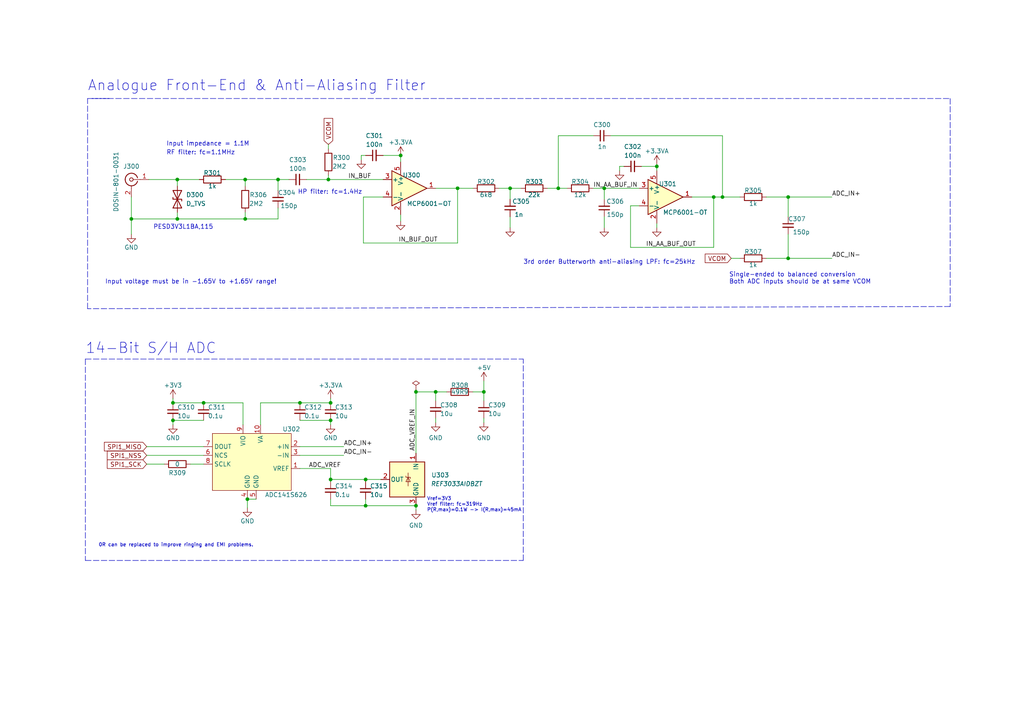
<source format=kicad_sch>
(kicad_sch (version 20211123) (generator eeschema)
  (paper "A4")
  (title_block (title "ADC & Analogue In") (date "2022-03-07") (rev "v1.0") (company "Jonathan Podiono"))
  (lib_symbols
    (symbol "Amplifier_Operational:MCP6001-OT" (pin_names (offset 0.127))
      (property "Reference" "U" (at -1.27 6.35 0))
      (property "Value" "MCP6001-OT" (at -1.27 3.81 0))
      (symbol "MCP6001-OT_0_1"
        (polyline (pts (xy -5.08 5.08) (xy 5.08 0) (xy -5.08 -5.08) (xy -5.08 5.08)) (stroke (width 0.254)) (fill (type background)))
        (pin power_in line (at -2.54 -7.62 90) (length 3.81) (name "V-") (number "2"))
        (pin power_in line (at -2.54 7.62 270) (length 3.81) (name "V+") (number "5"))
      )
      (symbol "MCP6001-OT_1_1"
        (pin output line (at 7.62 0 180) (length 2.54) (name "~") (number "1"))
        (pin input line (at -7.62 2.54 0) (length 2.54) (name "+") (number "3"))
        (pin input line (at -7.62 -2.54 0) (length 2.54) (name "-") (number "4"))
      )
    )
    (symbol "Connector:Conn_Coaxial" (pin_names (offset 1.016) hide)
      (property "Reference" "J" (at 0.254 3.048 0))
      (property "Value" "Conn_Coaxial" (at 2.921 0 90))
      (symbol "Conn_Coaxial_0_1"
        (arc (start -1.778 -0.508) (mid 0.222 -1.808) (end 1.778 0) (stroke (width 0.254)))
        (polyline (pts (xy -2.54 0) (xy -0.508 0)))
        (polyline (pts (xy 0 -2.54) (xy 0 -1.778)))
        (circle (center 0 0) (radius 0.508) (stroke (width 0.2032)))
        (arc (start 1.778 0) (mid 0.222 1.8083) (end -1.778 0.508) (stroke (width 0.254)))
      )
      (symbol "Conn_Coaxial_1_1"
        (pin passive line (at -5.08 0 0) (length 2.54) (name "In") (number "1"))
        (pin passive line (at 0 -5.08 90) (length 2.54) (name "Ext") (number "2"))
      )
    )
    (symbol "Device:C_Small" (pin_numbers hide) (pin_names (offset 0.254) hide)
      (property "Reference" "C" (at 0.254 1.778 0))
      (property "Value" "C_Small" (at 0.254 -2.032 0))
      (symbol "C_Small_0_1"
        (polyline (pts (xy -1.524 -0.508) (xy 1.524 -0.508)) (stroke (width 0.3302)))
        (polyline (pts (xy -1.524 0.508) (xy 1.524 0.508)) (stroke (width 0.3048)))
      )
      (symbol "C_Small_1_1"
        (pin passive line (at 0 2.54 270) (length 2.032) (name "~") (number "1"))
        (pin passive line (at 0 -2.54 90) (length 2.032) (name "~") (number "2"))
      )
    )
    (symbol "Device:D_TVS" (pin_numbers hide) (pin_names (offset 1.016) hide)
      (property "Reference" "D" (at 0 2.54 0))
      (property "Value" "D_TVS" (at 0 -2.54 0))
      (symbol "D_TVS_0_1"
        (polyline (pts (xy 1.27 0) (xy -1.27 0)))
        (polyline (pts (xy 0.508 1.27) (xy 0 1.27) (xy 0 -1.27) (xy -0.508 -1.27)) (stroke (width 0.254)))
        (polyline (pts (xy -2.54 1.27) (xy -2.54 -1.27) (xy 2.54 1.27) (xy 2.54 -1.27) (xy -2.54 1.27)) (stroke (width 0.254)))
      )
      (symbol "D_TVS_1_1"
        (pin passive line (at -3.81 0 0) (length 2.54) (name "A1") (number "1"))
        (pin passive line (at 3.81 0 180) (length 2.54) (name "A2") (number "2"))
      )
    )
    (symbol "Device:R" (pin_numbers hide) (pin_names (offset 0))
      (property "Reference" "R" (at 2.032 0 90))
      (property "Value" "R" (at 0 0 90))
      (symbol "R_0_1"
        (rectangle (start -1.016 -2.54) (end 1.016 2.54) (stroke (width 0.254)))
      )
      (symbol "R_1_1"
        (pin passive line (at 0 3.81 270) (length 1.27) (name "~") (number "1"))
        (pin passive line (at 0 -3.81 90) (length 1.27) (name "~") (number "2"))
      )
    )
    (symbol "Reference_Voltage:REF3033" (pin_names (offset 0.254))
      (property "Reference" "U" (at 0 6.35 0))
      (property "Value" "REF3033" (at 2.54 -6.35 0))
      (symbol "REF3033_0_1"
        (rectangle (start -5.08 5.08) (end 5.08 -5.08) (stroke (width 0.254)) (fill (type background)))
        (polyline (pts (xy -0.254 1.905) (xy -0.254 -1.905)))
        (polyline (pts (xy -0.889 -0.635) (xy 0.381 -0.635) (xy -0.254 0.635) (xy -0.889 -0.635)))
        (polyline (pts (xy 0.381 1.016) (xy 0.381 0.635) (xy -0.889 0.635) (xy -0.889 0.254)))
      )
      (symbol "REF3033_1_1"
        (pin power_in line (at -2.54 7.62 270) (length 2.54) (name "IN") (number "1"))
        (pin power_out line (at 7.62 0 180) (length 2.54) (name "OUT") (number "2"))
        (pin power_in line (at -2.54 -7.62 90) (length 2.54) (name "GND") (number "3"))
      )
    )
    (symbol "my_library:ADC141S626"
      (property "Reference" "U" (at 10.16 3.81 0))
      (property "Value" "ADC141S626" (at 10.16 -15.24 0))
      (symbol "ADC141S626_0_0"
        (pin input line (at 13.97 -7.62 180) (length 2.54) (name "VREF") (number "1"))
        (pin power_in line (at 2.54 5.08 270) (length 2.54) (name "VA") (number "10"))
        (pin input line (at 13.97 -1.27 180) (length 2.54) (name "+IN") (number "2"))
        (pin input line (at 13.97 -3.81 180) (length 2.54) (name "-IN") (number "3"))
        (pin power_in line (at -1.27 -16.51 90) (length 2.54) (name "GND") (number "4"))
        (pin power_in line (at 1.27 -16.51 90) (length 2.54) (name "GND") (number "5"))
        (pin input line (at -13.97 -3.81 0) (length 2.54) (name "NCS") (number "6"))
        (pin output line (at -13.97 -1.27 0) (length 2.54) (name "DOUT") (number "7"))
        (pin input line (at -13.97 -6.35 0) (length 2.54) (name "SCLK") (number "8"))
        (pin power_in line (at -2.54 5.08 270) (length 2.54) (name "VIO") (number "9"))
      )
      (symbol "ADC141S626_0_1"
        (rectangle (start -11.43 2.54) (end 11.43 -13.97) (fill (type background)))
      )
    )
    (symbol "power:+3.3VA" (power) (pin_names (offset 0))
      (property "Value" "+3.3VA" (at 0 3.556 0))
      (symbol "+3.3VA_0_1"
        (polyline (pts (xy -0.762 1.27) (xy 0 2.54)))
        (polyline (pts (xy 0 0) (xy 0 2.54)))
        (polyline (pts (xy 0 2.54) (xy 0.762 1.27)))
      )
      (symbol "+3.3VA_1_1"
        (pin power_in line (at 0 0 90) (length 0) hide (name "+3.3VA") (number "1"))
      )
    )
    (symbol "power:+3V3" (power) (pin_names (offset 0))
      (property "Value" "+3V3" (at 0 3.556 0))
      (symbol "+3V3_0_1"
        (polyline (pts (xy -0.762 1.27) (xy 0 2.54)))
        (polyline (pts (xy 0 0) (xy 0 2.54)))
        (polyline (pts (xy 0 2.54) (xy 0.762 1.27)))
      )
      (symbol "+3V3_1_1"
        (pin power_in line (at 0 0 90) (length 0) hide (name "+3V3") (number "1"))
      )
    )
    (symbol "power:+5V" (power) (pin_names (offset 0))
      (property "Value" "+5V" (at 0 3.556 0))
      (symbol "+5V_0_1"
        (polyline (pts (xy -0.762 1.27) (xy 0 2.54)))
        (polyline (pts (xy 0 0) (xy 0 2.54)))
        (polyline (pts (xy 0 2.54) (xy 0.762 1.27)))
      )
      (symbol "+5V_1_1"
        (pin power_in line (at 0 0 90) (length 0) hide (name "+5V") (number "1"))
      )
    )
    (symbol "power:GND" (power) (pin_names (offset 0))
      (property "Value" "GND" (at 0 -3.81 0))
      (symbol "GND_0_1"
        (polyline (pts (xy 0 0) (xy 0 -1.27) (xy 1.27 -1.27) (xy 0 -2.54) (xy -1.27 -1.27) (xy 0 -1.27)))
      )
      (symbol "GND_1_1"
        (pin power_in line (at 0 0 270) (length 0) hide (name "GND") (number "1"))
      )
    )
    (symbol "power:PWR_FLAG" (power) (pin_numbers hide) (pin_names (offset 0) hide)
      (property "Value" "PWR_FLAG" (at 0 3.81 0))
      (symbol "PWR_FLAG_0_0"
        (pin power_out line (at 0 0 90) (length 0) (name "pwr") (number "1"))
      )
      (symbol "PWR_FLAG_0_1"
        (polyline (pts (xy 0 0) (xy 0 1.27) (xy -1.016 1.905) (xy 0 2.54) (xy 1.016 1.905) (xy 0 1.27)))
      )
    )
  )
  (junction (at 132.715 54.61))
  (junction (at 50.165 121.92))
  (junction (at 80.645 52.07))
  (junction (at 59.055 116.84))
  (junction (at 95.25 52.07))
  (junction (at 51.435 63.5))
  (junction (at 126.365 113.665))
  (junction (at 120.65 113.665))
  (junction (at 71.12 63.5))
  (junction (at 50.165 116.84))
  (junction (at 228.6 74.93))
  (junction (at 190.5 48.26))
  (junction (at 207.01 57.15))
  (junction (at 95.885 121.92))
  (junction (at 228.6 57.15))
  (junction (at 209.55 57.15))
  (junction (at 86.995 116.84))
  (junction (at 175.26 54.61))
  (junction (at 95.885 139.065))
  (junction (at 106.045 139.065))
  (junction (at 116.205 45.085))
  (junction (at 38.1 63.5))
  (junction (at 120.65 146.685))
  (junction (at 106.045 146.685))
  (junction (at 140.335 113.665))
  (junction (at 71.12 52.07))
  (junction (at 95.885 116.84))
  (junction (at 71.755 144.78))
  (junction (at 161.925 54.61))
  (junction (at 147.955 54.61))
  (junction (at 51.435 52.07))
  (wire (pts (xy 71.755 144.78) (xy 71.755 147.32)))
  (wire (pts (xy 111.125 45.085) (xy 116.205 45.085)))
  (wire (pts (xy 209.55 57.15) (xy 207.01 57.15)))
  (wire (pts (xy 175.26 54.61) (xy 185.42 54.61)))
  (wire (pts (xy 86.995 121.92) (xy 95.885 121.92)))
  (polyline (pts (xy 26.67 28.575) (xy 275.59 28.575)))
  (wire (pts (xy 126.365 113.665) (xy 126.365 116.205)))
  (wire (pts (xy 212.09 74.93) (xy 214.63 74.93)))
  (wire (pts (xy 190.5 48.26) (xy 190.5 49.53)))
  (wire (pts (xy 132.715 54.61) (xy 126.365 54.61)))
  (wire (pts (xy 228.6 67.945) (xy 228.6 74.93)))
  (wire (pts (xy 105.41 57.15) (xy 105.41 70.485)))
  (wire (pts (xy 132.715 54.61) (xy 132.715 70.485)))
  (wire (pts (xy 80.645 52.07) (xy 80.645 55.245)))
  (wire (pts (xy 228.6 74.93) (xy 241.3 74.93)))
  (wire (pts (xy 75.565 116.84) (xy 75.565 123.19)))
  (wire (pts (xy 86.995 135.89) (xy 95.885 135.89)))
  (wire (pts (xy 95.25 52.07) (xy 95.25 50.8)))
  (wire (pts (xy 43.18 52.07) (xy 51.435 52.07)))
  (polyline (pts (xy 151.765 162.56) (xy 151.765 104.14)))
  (wire (pts (xy 222.25 57.15) (xy 228.6 57.15)))
  (wire (pts (xy 70.485 116.84) (xy 70.485 123.19)))
  (wire (pts (xy 88.9 52.07) (xy 95.25 52.07)))
  (polyline (pts (xy 275.59 28.575) (xy 275.59 88.9)))
  (wire (pts (xy 190.5 64.77) (xy 190.5 66.04)))
  (wire (pts (xy 38.1 63.5) (xy 38.1 67.945)))
  (wire (pts (xy 50.165 121.92) (xy 59.055 121.92)))
  (wire (pts (xy 51.435 63.5) (xy 71.12 63.5)))
  (wire (pts (xy 209.55 39.37) (xy 209.55 57.15)))
  (wire (pts (xy 104.775 46.355) (xy 104.775 45.085)))
  (wire (pts (xy 50.165 115.57) (xy 50.165 116.84)))
  (wire (pts (xy 38.1 57.15) (xy 38.1 63.5)))
  (wire (pts (xy 209.55 57.15) (xy 214.63 57.15)))
  (wire (pts (xy 106.045 144.78) (xy 106.045 146.685)))
  (wire (pts (xy 222.25 74.93) (xy 228.6 74.93)))
  (wire (pts (xy 186.055 48.26) (xy 190.5 48.26)))
  (wire (pts (xy 42.545 129.54) (xy 59.055 129.54)))
  (wire (pts (xy 50.165 116.84) (xy 59.055 116.84)))
  (wire (pts (xy 140.335 113.665) (xy 137.16 113.665)))
  (wire (pts (xy 71.12 61.595) (xy 71.12 63.5)))
  (wire (pts (xy 95.25 52.07) (xy 111.125 52.07)))
  (wire (pts (xy 95.885 115.57) (xy 95.885 116.84)))
  (wire (pts (xy 105.41 70.485) (xy 132.715 70.485)))
  (wire (pts (xy 120.65 146.685) (xy 106.045 146.685)))
  (wire (pts (xy 106.045 139.065) (xy 110.49 139.065)))
  (wire (pts (xy 207.01 71.755) (xy 207.01 57.15)))
  (wire (pts (xy 51.435 52.07) (xy 57.785 52.07)))
  (wire (pts (xy 228.6 57.15) (xy 228.6 62.865)))
  (wire (pts (xy 129.54 113.665) (xy 126.365 113.665)))
  (polyline (pts (xy 25.4 28.575) (xy 31.75 28.575)))
  (wire (pts (xy 140.335 121.285) (xy 140.335 122.555)))
  (wire (pts (xy 185.42 59.69) (xy 182.88 59.69)))
  (wire (pts (xy 95.885 144.78) (xy 95.885 146.685)))
  (polyline (pts (xy 25.4 89.535) (xy 25.4 28.575)))
  (wire (pts (xy 120.65 113.03) (xy 120.65 113.665)))
  (wire (pts (xy 147.955 54.61) (xy 151.13 54.61)))
  (wire (pts (xy 71.12 52.07) (xy 71.12 53.975)))
  (wire (pts (xy 95.885 139.7) (xy 95.885 139.065)))
  (wire (pts (xy 228.6 57.15) (xy 241.3 57.15)))
  (wire (pts (xy 95.885 121.92) (xy 95.885 123.19)))
  (wire (pts (xy 116.205 62.23) (xy 116.205 64.135)))
  (wire (pts (xy 51.435 61.595) (xy 51.435 63.5)))
  (wire (pts (xy 71.12 52.07) (xy 80.645 52.07)))
  (wire (pts (xy 42.545 132.08) (xy 59.055 132.08)))
  (wire (pts (xy 147.955 62.865) (xy 147.955 66.04)))
  (wire (pts (xy 182.88 59.69) (xy 182.88 71.755)))
  (wire (pts (xy 126.365 113.665) (xy 120.65 113.665)))
  (wire (pts (xy 175.26 54.61) (xy 175.26 57.785)))
  (wire (pts (xy 80.645 60.325) (xy 80.645 63.5)))
  (wire (pts (xy 161.925 54.61) (xy 164.465 54.61)))
  (wire (pts (xy 65.405 52.07) (xy 71.12 52.07)))
  (polyline (pts (xy 24.765 104.14) (xy 151.765 104.14)))
  (wire (pts (xy 86.995 129.54) (xy 99.695 129.54)))
  (wire (pts (xy 140.335 110.49) (xy 140.335 113.665)))
  (wire (pts (xy 104.775 45.085) (xy 106.045 45.085)))
  (wire (pts (xy 50.165 121.92) (xy 50.165 123.19)))
  (wire (pts (xy 132.715 54.61) (xy 137.16 54.61)))
  (wire (pts (xy 161.925 39.37) (xy 172.085 39.37)))
  (wire (pts (xy 111.125 57.15) (xy 105.41 57.15)))
  (wire (pts (xy 42.545 134.62) (xy 47.625 134.62)))
  (wire (pts (xy 177.165 39.37) (xy 209.55 39.37)))
  (wire (pts (xy 80.645 52.07) (xy 83.82 52.07)))
  (polyline (pts (xy 275.59 88.9) (xy 25.4 89.535)))
  (wire (pts (xy 95.885 135.89) (xy 95.885 139.065)))
  (wire (pts (xy 116.205 45.085) (xy 116.205 46.99)))
  (wire (pts (xy 95.25 41.91) (xy 95.25 43.18)))
  (wire (pts (xy 144.78 54.61) (xy 147.955 54.61)))
  (polyline (pts (xy 24.765 104.14) (xy 24.765 162.56)))
  (wire (pts (xy 86.995 116.84) (xy 95.885 116.84)))
  (polyline (pts (xy 24.765 162.56) (xy 151.765 162.56)))
  (wire (pts (xy 86.995 132.08) (xy 99.695 132.08)))
  (wire (pts (xy 179.705 48.26) (xy 180.975 48.26)))
  (wire (pts (xy 120.65 146.685) (xy 120.65 147.955)))
  (wire (pts (xy 179.705 48.26) (xy 179.705 49.53)))
  (wire (pts (xy 175.26 62.865) (xy 175.26 66.04)))
  (wire (pts (xy 207.01 57.15) (xy 200.66 57.15)))
  (wire (pts (xy 182.88 71.755) (xy 207.01 71.755)))
  (wire (pts (xy 59.055 116.84) (xy 70.485 116.84)))
  (wire (pts (xy 71.755 144.78) (xy 74.295 144.78)))
  (wire (pts (xy 51.435 53.975) (xy 51.435 52.07)))
  (wire (pts (xy 161.925 54.61) (xy 161.925 39.37)))
  (wire (pts (xy 86.995 116.84) (xy 75.565 116.84)))
  (wire (pts (xy 190.5 47.625) (xy 190.5 48.26)))
  (wire (pts (xy 71.12 63.5) (xy 80.645 63.5)))
  (wire (pts (xy 172.085 54.61) (xy 175.26 54.61)))
  (wire (pts (xy 147.955 54.61) (xy 147.955 57.785)))
  (wire (pts (xy 106.045 139.065) (xy 106.045 139.7)))
  (wire (pts (xy 106.045 146.685) (xy 95.885 146.685)))
  (wire (pts (xy 95.885 139.065) (xy 106.045 139.065)))
  (wire (pts (xy 140.335 113.665) (xy 140.335 116.205)))
  (wire (pts (xy 38.1 63.5) (xy 51.435 63.5)))
  (wire (pts (xy 158.75 54.61) (xy 161.925 54.61)))
  (wire (pts (xy 120.65 113.665) (xy 120.65 131.445)))
  (wire (pts (xy 126.365 121.285) (xy 126.365 122.555)))
  (wire (pts (xy 55.245 134.62) (xy 59.055 134.62)))
  (text "Vref=3V3\nVref filter: fc=319Hz\nP(R,max)=0.1W -> I(R,max)=45mA" (at 123.825 148.59 0) (effects (font (size 1 1)) (justify left bottom)))
  (text "Single-ended to balanced conversion\nBoth ADC inputs should be at same VCOM" (at 211.455 82.55 0) (effects (font (size 1.27 1.27)) (justify left bottom)))
  (text "Input voltage must be in -1.65V to +1.65V range!" (at 30.48 82.55 0) (effects (font (size 1.27 1.27)) (justify left bottom)))
  (text "3rd order Butterworth anti-aliasing LPF: fc=25kHz" (at 151.765 76.835 0) (effects (font (size 1.27 1.27)) (justify left bottom)))
  (text "RF filter: fc=1.1MHz" (at 48.26 45.085 0) (effects (font (size 1.27 1.27)) (justify left bottom)))
  (text "PESD3V3L1BA,115" (at 44.45 66.675 0) (effects (font (size 1.27 1.27)) (justify left bottom)))
  (text "0R can be replaced to improve ringing and EMI problems." (at 28.575 158.75 0) (effects (font (size 1 1)) (justify left bottom)))
  (text "14-Bit S/H ADC" (at 24.765 102.87 0) (effects (font (size 3 3)) (justify left bottom)))
  (text "Input impedance = 1.1M" (at 48.26 42.545 0) (effects (font (size 1.27 1.27)) (justify left bottom)))
  (text "Analogue Front-End & Anti-Aliasing Filter" (at 25.4 26.67 0) (effects (font (size 3 3)) (justify left bottom)))
  (text "HP filter: fc=1.4Hz" (at 86.36 56.515 0) (effects (font (size 1.27 1.27)) (justify left bottom)))
  (label "IN_BUF" (at 100.965 52.07 0))
  (label "ADC_IN-" (at 241.3 74.93 0))
  (label "ADC_IN+" (at 241.3 57.15 0))
  (label "ADC_VREF" (at 89.535 135.89 0))
  (label "IN_AA_BUF_OUT" (at 187.325 71.755 0))
  (label "ADC_VREF_IN" (at 120.65 130.81 90))
  (label "ADC_IN+" (at 99.695 129.54 0))
  (label "ADC_IN-" (at 99.695 132.08 0))
  (label "IN_BUF_OUT" (at 115.57 70.485 0))
  (label "IN_AA_BUF_IN" (at 172.085 54.61 0))
  (global_label "VCOM" (shape input) (at 212.09 74.93 180) (property "Intersheet References" "${INTERSHEET_REFS}" (effects hide)))
  (global_label "SPI1_NSS" (shape input) (at 42.545 132.08 180) (property "Intersheet References" "${INTERSHEET_REFS}" (effects hide)))
  (global_label "SPI1_SCK" (shape input) (at 42.545 134.62 180) (property "Intersheet References" "${INTERSHEET_REFS}" (effects hide)))
  (global_label "VCOM" (shape input) (at 95.25 41.91 90) (property "Intersheet References" "${INTERSHEET_REFS}" (effects hide)))
  (global_label "SPI1_MISO" (shape input) (at 42.545 129.54 180) (property "Intersheet References" "${INTERSHEET_REFS}" (effects hide)))
  (symbol (lib_id "Device:R") (at 168.275 54.61 270) (unit 1)
    (property "Reference" "R304" (at 168.275 52.705 90))
    (property "Value" "12k" (at 168.275 56.515 90))
  )
  (symbol (lib_id "power:GND") (at 126.365 122.555 0) (unit 1)
    (property "Reference" "#PWR0312" (effects hide))
    (property "Value" "GND" (at 126.365 127 0))
  )
  (symbol (lib_id "power:GND") (at 116.205 64.135 0) (unit 1)
    (property "Reference" "#PWR0304" (effects hide))
    (property "Value" "GND" (effects hide))
  )
  (symbol (lib_id "Device:C_Small") (at 95.885 142.24 0) (unit 1)
    (property "Reference" "C314" (at 97.155 140.97 0) (effects (justify left)))
    (property "Value" "0.1u" (at 97.155 143.51 0) (effects (justify left)))
  )
  (symbol (lib_id "power:+3.3VA") (at 95.885 115.57 0) (unit 1)
    (property "Reference" "#PWR0311" (effects hide))
    (property "Value" "+3.3VA" (at 95.885 111.76 0))
  )
  (symbol (lib_id "Device:R") (at 133.35 113.665 270) (unit 1)
    (property "Reference" "R308" (at 133.35 111.76 90))
    (property "Value" "49R9" (at 133.35 113.665 90))
  )
  (symbol (lib_id "Device:R") (at 61.595 52.07 90) (unit 1)
    (property "Reference" "R301" (at 61.595 50.165 90))
    (property "Value" "1k" (at 61.595 53.975 90))
  )
  (symbol (lib_id "Device:R") (at 140.97 54.61 270) (unit 1)
    (property "Reference" "R302" (at 140.97 52.705 90))
    (property "Value" "6k8" (at 140.97 56.515 90))
  )
  (symbol (lib_id "Device:R") (at 51.435 134.62 270) (unit 1)
    (property "Reference" "R309" (at 51.435 137.16 90))
    (property "Value" "0" (at 51.435 134.62 90))
  )
  (symbol (lib_id "power:GND") (at 120.65 147.955 0) (unit 1)
    (property "Reference" "#PWR0317" (effects hide))
    (property "Value" "GND" (at 120.65 152.4 0))
  )
  (symbol (lib_id "power:+3V3") (at 50.165 115.57 0) (unit 1)
    (property "Reference" "#PWR0310" (effects hide))
    (property "Value" "+3V3" (at 50.165 111.76 0))
  )
  (symbol (lib_id "power:GND") (at 50.165 123.19 0) (unit 1)
    (property "Reference" "#PWR0314" (effects hide))
    (property "Value" "GND" (at 50.165 127 0))
  )
  (symbol (lib_id "Device:C_Small") (at 86.995 119.38 0) (unit 1)
    (property "Reference" "C312" (at 88.265 118.11 0) (effects (justify left)))
    (property "Value" "0.1u" (at 88.265 120.65 0) (effects (justify left)))
  )
  (symbol (lib_id "Device:R") (at 95.25 46.99 180) (unit 1)
    (property "Reference" "R300" (at 99.06 45.72 0))
    (property "Value" "2M2" (at 98.425 48.26 0))
  )
  (symbol (lib_id "Device:C_Small") (at 86.36 52.07 90) (unit 1)
    (property "Reference" "C303" (at 86.36 46.355 90))
    (property "Value" "100n" (at 86.36 48.895 90))
  )
  (symbol (lib_id "power:+5V") (at 140.335 110.49 0) (unit 1)
    (property "Reference" "#PWR0309" (effects hide))
    (property "Value" "+5V" (at 140.335 106.68 0))
  )
  (symbol (lib_id "power:+3.3VA") (at 116.205 45.085 0) (unit 1)
    (property "Reference" "#PWR0300" (effects hide))
    (property "Value" "+3.3VA" (at 116.205 41.275 0))
  )
  (symbol (lib_id "power:GND") (at 38.1 67.945 0) (unit 1)
    (property "Reference" "#PWR0308" (effects hide))
    (property "Value" "GND" (at 38.1 71.755 0))
  )
  (symbol (lib_id "Device:C_Small") (at 108.585 45.085 90) (unit 1)
    (property "Reference" "C301" (at 108.585 39.37 90))
    (property "Value" "100n" (at 108.585 41.91 90))
  )
  (symbol (lib_id "Device:C_Small") (at 50.165 119.38 0) (unit 1)
    (property "Reference" "C310" (at 51.435 118.11 0) (effects (justify left)))
    (property "Value" "10u" (at 51.435 120.65 0) (effects (justify left)))
  )
  (symbol (lib_id "Device:C_Small") (at 175.26 60.325 180) (unit 1)
    (property "Reference" "C306" (at 178.435 58.42 0))
    (property "Value" "150p" (at 178.435 62.23 0))
  )
  (symbol (lib_id "power:GND") (at 95.885 123.19 0) (unit 1)
    (property "Reference" "#PWR0315" (effects hide))
    (property "Value" "GND" (at 95.885 127 0))
  )
  (symbol (lib_id "power:GND") (at 179.705 49.53 0) (unit 1)
    (property "Reference" "#PWR0303" (effects hide))
    (property "Value" "GND" (effects hide))
  )
  (symbol (lib_id "Device:R") (at 71.12 57.785 180) (unit 1)
    (property "Reference" "R306" (at 74.93 56.515 0))
    (property "Value" "2M2" (at 74.295 59.055 0))
  )
  (symbol (lib_id "power:GND") (at 104.775 46.355 0) (unit 1)
    (property "Reference" "#PWR0301" (effects hide))
    (property "Value" "GND" (effects hide))
  )
  (symbol (lib_id "power:GND") (at 140.335 122.555 0) (unit 1)
    (property "Reference" "#PWR0313" (effects hide))
    (property "Value" "GND" (at 140.335 127 0))
  )
  (symbol (lib_id "my_library:ADC141S626") (at 73.025 128.27 0) (unit 1)
    (property "Reference" "U302" (at 81.915 124.46 0) (effects (justify left)))
    (property "Value" "ADC141S626" (at 76.835 143.51 0) (effects (justify left)))
  )
  (symbol (lib_id "power:GND") (at 175.26 66.04 0) (unit 1)
    (property "Reference" "#PWR0306" (effects hide))
    (property "Value" "GND" (effects hide))
  )
  (symbol (lib_id "Device:C_Small") (at 140.335 118.745 0) (unit 1)
    (property "Reference" "C309" (at 141.605 117.475 0) (effects (justify left)))
    (property "Value" "10u" (at 141.605 120.015 0) (effects (justify left)))
  )
  (symbol (lib_id "Device:R") (at 218.44 74.93 270) (unit 1)
    (property "Reference" "R307" (at 218.44 73.025 90))
    (property "Value" "1k" (at 218.44 76.835 90))
  )
  (symbol (lib_id "Device:R") (at 218.44 57.15 270) (unit 1)
    (property "Reference" "R305" (at 218.44 55.245 90))
    (property "Value" "1k" (at 218.44 59.055 90))
  )
  (symbol (lib_id "power:GND") (at 147.955 66.04 0) (unit 1)
    (property "Reference" "#PWR0305" (effects hide))
    (property "Value" "GND" (effects hide))
  )
  (symbol (lib_id "Reference_Voltage:REF3033") (at 118.11 139.065 0) (mirror y) (unit 1)
    (property "Reference" "U303" (at 125.095 137.7949 0) (effects (justify right)))
    (property "Value" "REF3033AIDBZT" (at 125.095 140.3349 0) (effects (font italic) (justify right)))
    (property "Footprint" "Package_TO_SOT_SMD:SOT-23" (effects hide))
    (property "Datasheet" "http://www.ti.com/lit/ds/symlink/ref3033.pdf" (effects hide))
  )
  (symbol (lib_id "power:PWR_FLAG") (at 120.65 113.03 0) (unit 1)
    (property "Reference" "#FLG0300" (effects hide))
    (property "Value" "PWR_FLAG" (effects hide))
  )
  (symbol (lib_id "Amplifier_Operational:MCP6001-OT") (at 118.745 54.61 0) (unit 1)
    (property "Reference" "U300" (at 119.38 50.8 0))
    (property "Value" "MCP6001-OT" (at 124.46 59.055 0))
    (property "Footprint" "Package_TO_SOT_SMD:SOT-23-5" (effects hide))
    (property "Datasheet" "http://ww1.microchip.com/downloads/en/DeviceDoc/21733j.pdf" (effects hide))
  )
  (symbol (lib_id "Device:C_Small") (at 126.365 118.745 0) (unit 1)
    (property "Reference" "C308" (at 127.635 117.475 0) (effects (justify left)))
    (property "Value" "10u" (at 127.635 120.015 0) (effects (justify left)))
  )
  (symbol (lib_id "power:+3.3VA") (at 190.5 47.625 0) (unit 1)
    (property "Reference" "#PWR0302" (effects hide))
    (property "Value" "+3.3VA" (at 190.5 43.815 0))
  )
  (symbol (lib_id "Amplifier_Operational:MCP6001-OT") (at 193.04 57.15 0) (unit 1)
    (property "Reference" "U301" (at 193.675 53.34 0))
    (property "Value" "MCP6001-OT" (at 198.755 61.595 0))
    (property "Footprint" "Package_TO_SOT_SMD:SOT-23-5" (effects hide))
    (property "Datasheet" "http://ww1.microchip.com/downloads/en/DeviceDoc/21733j.pdf" (effects hide))
  )
  (symbol (lib_id "Connector:Conn_Coaxial") (at 38.1 52.07 0) (mirror y) (unit 1)
    (property "Reference" "J300" (at 38.1 48.26 0))
    (property "Value" "DOSIN-801-0031" (at 33.655 52.705 90))
    (property "Datasheet" " ~" (effects hide))
  )
  (symbol (lib_id "Device:C_Small") (at 59.055 119.38 0) (unit 1)
    (property "Reference" "C311" (at 60.325 118.11 0) (effects (justify left)))
    (property "Value" "0.1u" (at 60.325 120.65 0) (effects (justify left)))
  )
  (symbol (lib_id "Device:C_Small") (at 183.515 48.26 90) (unit 1)
    (property "Reference" "C302" (at 183.515 42.545 90))
    (property "Value" "100n" (at 183.515 45.085 90))
  )
  (symbol (lib_id "Device:D_TVS") (at 51.435 57.785 90) (unit 1)
    (property "Reference" "D300" (at 53.975 56.5149 90) (effects (justify right)))
    (property "Value" "D_TVS" (at 53.975 59.0549 90) (effects (justify right)))
  )
  (symbol (lib_id "Device:C_Small") (at 228.6 65.405 0) (unit 1)
    (property "Reference" "C307" (at 231.14 63.5 0))
    (property "Value" "150p" (at 232.41 67.31 0))
  )
  (symbol (lib_id "power:GND") (at 71.755 147.32 0) (unit 1)
    (property "Reference" "#PWR0316" (effects hide))
    (property "Value" "GND" (at 71.755 151.13 0))
  )
  (symbol (lib_id "Device:C_Small") (at 174.625 39.37 270) (unit 1)
    (property "Reference" "C300" (at 174.625 36.195 90))
    (property "Value" "1n" (at 174.625 42.545 90))
  )
  (symbol (lib_id "Device:R") (at 154.94 54.61 270) (unit 1)
    (property "Reference" "R303" (at 154.94 52.705 90))
    (property "Value" "22k" (at 154.94 56.515 90))
  )
  (symbol (lib_id "Device:C_Small") (at 106.045 142.24 0) (unit 1)
    (property "Reference" "C315" (at 107.315 140.97 0) (effects (justify left)))
    (property "Value" "10u" (at 107.315 143.51 0) (effects (justify left)))
  )
  (symbol (lib_id "Device:C_Small") (at 95.885 119.38 0) (unit 1)
    (property "Reference" "C313" (at 97.155 118.11 0) (effects (justify left)))
    (property "Value" "10u" (at 97.155 120.65 0) (effects (justify left)))
  )
  (symbol (lib_id "power:GND") (at 190.5 66.04 0) (unit 1)
    (property "Reference" "#PWR0307" (effects hide))
    (property "Value" "GND" (effects hide))
  )
  (symbol (lib_id "Device:C_Small") (at 147.955 60.325 180) (unit 1)
    (property "Reference" "C305" (at 151.13 58.42 0))
    (property "Value" "1n" (at 150.495 62.23 0))
  )
  (symbol (lib_id "Device:C_Small") (at 80.645 57.785 180) (unit 1)
    (property "Reference" "C304" (at 83.185 55.88 0))
    (property "Value" "150p" (at 83.82 59.69 0))
  )
)
</source>
